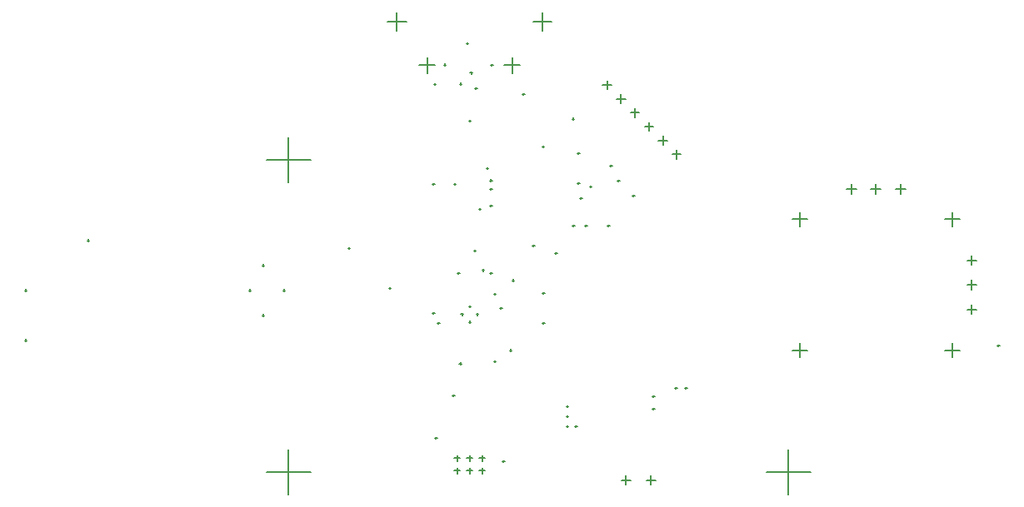
<source format=gbr>
%TF.GenerationSoftware,Altium Limited,Altium Designer,23.6.0 (18)*%
G04 Layer_Color=128*
%FSLAX25Y25*%
%MOIN*%
%TF.SameCoordinates,9FC677E3-0757-43A4-AD8A-435CCD31EDD7*%
%TF.FilePolarity,Positive*%
%TF.FileFunction,Drillmap*%
%TF.Part,Single*%
G01*
G75*
%TA.AperFunction,NonConductor*%
%ADD105C,0.00500*%
D105*
X141100Y150000D02*
X158900D01*
X150000Y141100D02*
Y158900D01*
X141100Y25000D02*
X158900D01*
X150000Y16100D02*
Y33900D01*
X236358Y187921D02*
X242657D01*
X239508Y184772D02*
Y191071D01*
X202343Y187921D02*
X208642D01*
X205492Y184772D02*
Y191071D01*
X247894Y205284D02*
X255374D01*
X251634Y201543D02*
Y209024D01*
X189626Y205284D02*
X197106D01*
X193366Y201543D02*
Y209024D01*
X216319Y25549D02*
X218681D01*
X217500Y24368D02*
Y26730D01*
X216319Y30549D02*
X218681D01*
X217500Y29368D02*
Y31730D01*
X221319Y25549D02*
X223681D01*
X222500Y24368D02*
Y26730D01*
X221319Y30549D02*
X223681D01*
X222500Y29368D02*
Y31730D01*
X226319Y25549D02*
X228681D01*
X227500Y24368D02*
Y26730D01*
X226319Y30549D02*
X228681D01*
X227500Y29368D02*
Y31730D01*
X303546Y152214D02*
X307050D01*
X305298Y150462D02*
Y153966D01*
X297978Y157782D02*
X301482D01*
X299730Y156029D02*
Y159533D01*
X292410Y163349D02*
X295914D01*
X294162Y161597D02*
Y165101D01*
X286843Y168917D02*
X290347D01*
X288595Y167165D02*
Y170669D01*
X281275Y174485D02*
X284779D01*
X283027Y172733D02*
Y176237D01*
X275707Y180052D02*
X279211D01*
X277459Y178301D02*
Y181805D01*
X293228Y21755D02*
X296772D01*
X295000Y19983D02*
Y23526D01*
X283228Y21755D02*
X286772D01*
X285000Y19983D02*
Y23526D01*
X341100Y25000D02*
X358900D01*
X350000Y16100D02*
Y33900D01*
X421417Y90158D02*
X425354D01*
X423386Y88189D02*
Y92126D01*
X421417Y100000D02*
X425354D01*
X423386Y98032D02*
Y101969D01*
X421417Y109843D02*
X425354D01*
X423386Y107874D02*
Y111811D01*
X351535Y73819D02*
X357441D01*
X354488Y70866D02*
Y76772D01*
X351535Y126181D02*
X357441D01*
X354488Y123228D02*
Y129134D01*
X412559Y73819D02*
X418465D01*
X415512Y70866D02*
Y76772D01*
X412559Y126181D02*
X418465D01*
X415512Y123228D02*
Y129134D01*
X392874Y138386D02*
X396811D01*
X394843Y136417D02*
Y140354D01*
X383032Y138386D02*
X386968D01*
X385000Y136417D02*
Y140354D01*
X373189Y138386D02*
X377126D01*
X375157Y136417D02*
Y140354D01*
X263583Y166500D02*
X264371D01*
X263977Y166106D02*
Y166894D01*
X44564Y97796D02*
X45352D01*
X44958Y97403D02*
Y98190D01*
X44564Y77797D02*
X45352D01*
X44958Y77403D02*
Y78190D01*
X69564Y117797D02*
X70352D01*
X69958Y117403D02*
Y118190D01*
X134166Y97796D02*
X134953D01*
X134560Y97403D02*
Y98190D01*
X139564Y107797D02*
X140352D01*
X139958Y107403D02*
Y108190D01*
X139564Y87796D02*
X140352D01*
X139958Y87403D02*
Y88190D01*
X147784Y97796D02*
X148571D01*
X148177Y97403D02*
Y98190D01*
X173742Y114755D02*
X174530D01*
X174136Y114361D02*
Y115148D01*
X190106Y98755D02*
X190894D01*
X190500Y98361D02*
Y99148D01*
X222106Y85169D02*
X222894D01*
X222500Y84775D02*
Y85563D01*
X219044Y88231D02*
X219831D01*
X219438Y87838D02*
Y88625D01*
X225169Y88231D02*
X225956D01*
X225562Y87838D02*
Y88625D01*
X222106Y91294D02*
X222894D01*
X222500Y90900D02*
Y91687D01*
X207606Y88755D02*
X208394D01*
X208000Y88361D02*
Y89148D01*
X207606Y140255D02*
X208394D01*
X208000Y139861D02*
Y140648D01*
X208106Y180255D02*
X208894D01*
X208500Y179861D02*
Y180648D01*
X208606Y38755D02*
X209394D01*
X209000Y38361D02*
Y39148D01*
X209606Y84755D02*
X210394D01*
X210000Y84361D02*
Y85148D01*
X212074Y188151D02*
X212862D01*
X212468Y187757D02*
Y188544D01*
X215606Y55755D02*
X216394D01*
X216000Y55361D02*
Y56148D01*
X216106Y140255D02*
X216894D01*
X216500Y139861D02*
Y140648D01*
X217606Y104755D02*
X218394D01*
X218000Y104361D02*
Y105148D01*
X218363Y68498D02*
X219150D01*
X218757Y68104D02*
Y68892D01*
X218585Y180477D02*
X219372D01*
X218979Y180083D02*
Y180871D01*
X221100Y196748D02*
X221887D01*
X221494Y196355D02*
Y197142D01*
X222106Y165752D02*
X222894D01*
X222500Y165359D02*
Y166146D01*
X222713Y184848D02*
X223500D01*
X223106Y184454D02*
Y185241D01*
X224106Y113755D02*
X224894D01*
X224500Y113361D02*
Y114148D01*
X224606Y178755D02*
X225394D01*
X225000Y178361D02*
Y179148D01*
X226106Y130255D02*
X226894D01*
X226500Y129861D02*
Y130648D01*
X227491Y105870D02*
X228278D01*
X227885Y105476D02*
Y106263D01*
X229106Y146755D02*
X229894D01*
X229500Y146361D02*
Y147148D01*
X230603Y141836D02*
X231390D01*
X230997Y141442D02*
Y142230D01*
X230606Y104755D02*
X231394D01*
X231000Y104361D02*
Y105148D01*
X230606Y138255D02*
X231394D01*
X231000Y137861D02*
Y138648D01*
X230606Y131755D02*
X231394D01*
X231000Y131361D02*
Y132148D01*
X230965Y188055D02*
X231752D01*
X231358Y187661D02*
Y188449D01*
X232106Y96255D02*
X232894D01*
X232500Y95861D02*
Y96648D01*
X232106Y69255D02*
X232894D01*
X232500Y68861D02*
Y69648D01*
X234606Y90755D02*
X235394D01*
X235000Y90361D02*
Y91148D01*
X235606Y29255D02*
X236394D01*
X236000Y28861D02*
Y29648D01*
X238564Y73796D02*
X239352D01*
X238958Y73403D02*
Y74190D01*
X239564Y101796D02*
X240352D01*
X239958Y101403D02*
Y102190D01*
X243606Y176255D02*
X244394D01*
X244000Y175861D02*
Y176648D01*
X247606Y115755D02*
X248394D01*
X248000Y115361D02*
Y116148D01*
X251396Y155310D02*
X252184D01*
X251790Y154917D02*
Y155704D01*
X251606Y84755D02*
X252394D01*
X252000Y84361D02*
Y85148D01*
X251620Y96723D02*
X252408D01*
X252014Y96329D02*
Y97117D01*
X256606Y112755D02*
X257394D01*
X257000Y112361D02*
Y113148D01*
X261106Y43255D02*
X261894D01*
X261500Y42861D02*
Y43648D01*
X261106Y51255D02*
X261894D01*
X261500Y50861D02*
Y51648D01*
X261106Y47255D02*
X261894D01*
X261500Y46861D02*
Y47648D01*
X263606Y123755D02*
X264394D01*
X264000Y123361D02*
Y124148D01*
X264606Y43255D02*
X265394D01*
X265000Y42861D02*
Y43648D01*
X265606Y152755D02*
X266394D01*
X266000Y152361D02*
Y153148D01*
X265606Y140755D02*
X266394D01*
X266000Y140361D02*
Y141148D01*
X266624Y134772D02*
X267411D01*
X267018Y134379D02*
Y135166D01*
X268606Y123755D02*
X269394D01*
X269000Y123361D02*
Y124148D01*
X270543Y139346D02*
X271331D01*
X270937Y138953D02*
Y139740D01*
X277606Y123755D02*
X278394D01*
X278000Y123361D02*
Y124148D01*
X278606Y147755D02*
X279394D01*
X279000Y147361D02*
Y148148D01*
X281606Y141755D02*
X282394D01*
X282000Y141361D02*
Y142148D01*
X287606Y135755D02*
X288394D01*
X288000Y135361D02*
Y136148D01*
X295606Y55255D02*
X296394D01*
X296000Y54861D02*
Y55648D01*
X295606Y50255D02*
X296394D01*
X296000Y49861D02*
Y50648D01*
X304606Y58755D02*
X305394D01*
X305000Y58361D02*
Y59148D01*
X308606Y58755D02*
X309394D01*
X309000Y58361D02*
Y59148D01*
X433606Y75755D02*
X434394D01*
X434000Y75361D02*
Y76148D01*
%TF.MD5,ffff1d9a53cc1b89533e7d511936e8ef*%
M02*

</source>
